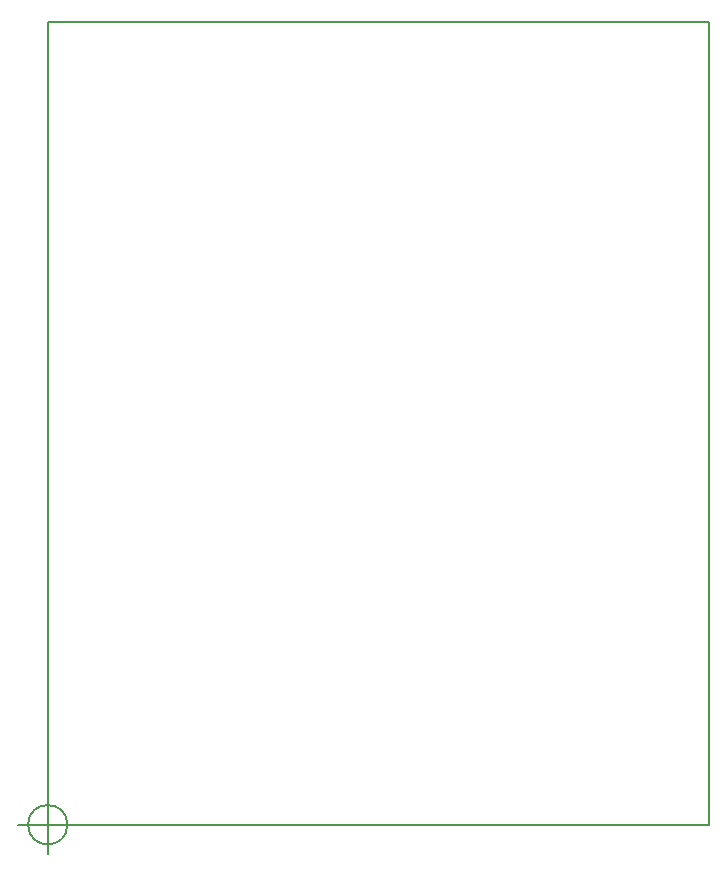
<source format=gbr>
G04 #@! TF.GenerationSoftware,KiCad,Pcbnew,(5.0.2-5)-5*
G04 #@! TF.CreationDate,2020-06-29T13:05:35+07:00*
G04 #@! TF.ProjectId,pelenka,70656c65-6e6b-4612-9e6b-696361645f70,rev?*
G04 #@! TF.SameCoordinates,Original*
G04 #@! TF.FileFunction,Profile,NP*
%FSLAX46Y46*%
G04 Gerber Fmt 4.6, Leading zero omitted, Abs format (unit mm)*
G04 Created by KiCad (PCBNEW (5.0.2-5)-5) date понедельник, 29 июня 2020 г., 13:05:35*
%MOMM*%
%LPD*%
G01*
G04 APERTURE LIST*
%ADD10C,0.150000*%
G04 APERTURE END LIST*
D10*
X57666666Y-126000000D02*
G75*
G03X57666666Y-126000000I-1666666J0D01*
G01*
X53500000Y-126000000D02*
X58500000Y-126000000D01*
X56000000Y-123500000D02*
X56000000Y-128500000D01*
X112000000Y-126000000D02*
X112000000Y-58000000D01*
X56000000Y-126000000D02*
X112000000Y-126000000D01*
X56000000Y-58000000D02*
X56000000Y-126000000D01*
X112000000Y-58000000D02*
X56000000Y-58000000D01*
M02*

</source>
